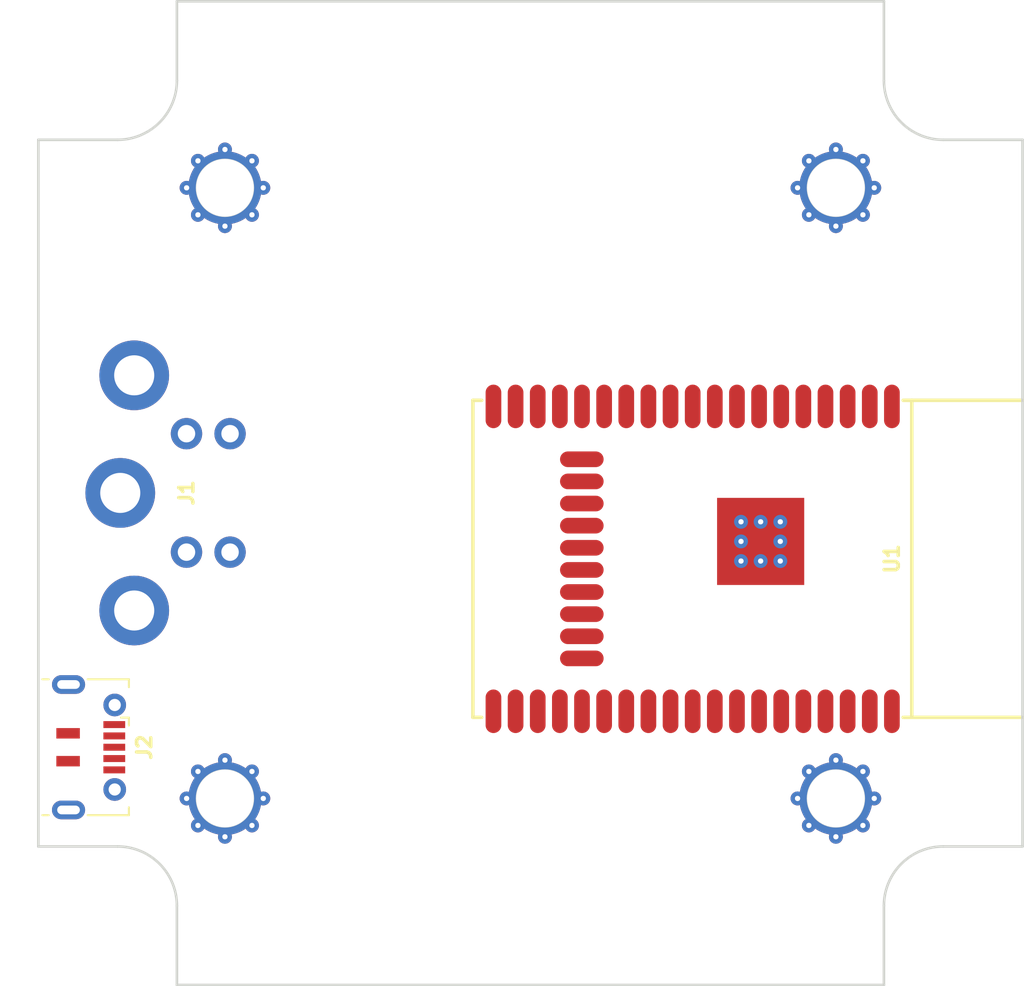
<source format=kicad_pcb>
(kicad_pcb (version 20171130) (host pcbnew "(5.1.5-0-10_14)")

  (general
    (thickness 1.6)
    (drawings 20)
    (tracks 0)
    (zones 0)
    (modules 7)
    (nets 45)
  )

  (page USLetter)
  (layers
    (0 F.Cu signal)
    (1 In1.Cu signal)
    (2 In2.Cu signal)
    (31 B.Cu signal)
    (32 B.Adhes user)
    (33 F.Adhes user)
    (34 B.Paste user)
    (35 F.Paste user)
    (36 B.SilkS user)
    (37 F.SilkS user)
    (38 B.Mask user)
    (39 F.Mask user)
    (40 Dwgs.User user)
    (41 Cmts.User user)
    (42 Eco1.User user)
    (43 Eco2.User user)
    (44 Edge.Cuts user)
    (45 Margin user)
    (46 B.CrtYd user)
    (47 F.CrtYd user)
    (48 B.Fab user)
    (49 F.Fab user)
  )

  (setup
    (last_trace_width 0.15)
    (user_trace_width 0.2)
    (user_trace_width 0.25)
    (user_trace_width 0.3)
    (user_trace_width 0.35)
    (user_trace_width 0.4)
    (user_trace_width 0.45)
    (user_trace_width 0.5)
    (user_trace_width 0.6)
    (user_trace_width 0.8)
    (user_trace_width 1)
    (user_trace_width 1.27)
    (user_trace_width 1.524)
    (trace_clearance 0.15)
    (zone_clearance 0.15)
    (zone_45_only no)
    (trace_min 0.15)
    (via_size 0.5)
    (via_drill 0.2)
    (via_min_size 0.5)
    (via_min_drill 0.2)
    (user_via 0.6 0.3)
    (user_via 0.8 0.4)
    (user_via 1 0.5)
    (user_via 1.524 0.762)
    (uvia_size 0.3)
    (uvia_drill 0.1)
    (uvias_allowed no)
    (uvia_min_size 0.2)
    (uvia_min_drill 0.1)
    (edge_width 0.15)
    (segment_width 0.1524)
    (pcb_text_width 0.3)
    (pcb_text_size 1.5 1.5)
    (mod_edge_width 0.15)
    (mod_text_size 1 1)
    (mod_text_width 0.15)
    (pad_size 0.85 1.4)
    (pad_drill 0)
    (pad_to_mask_clearance 0.05)
    (solder_mask_min_width 0.1)
    (pad_to_paste_clearance -0.0381)
    (aux_axis_origin 0 0)
    (visible_elements FFFFFF7F)
    (pcbplotparams
      (layerselection 0x010f8_ffffffff)
      (usegerberextensions true)
      (usegerberattributes false)
      (usegerberadvancedattributes false)
      (creategerberjobfile false)
      (excludeedgelayer true)
      (linewidth 0.100000)
      (plotframeref false)
      (viasonmask false)
      (mode 1)
      (useauxorigin false)
      (hpglpennumber 1)
      (hpglpenspeed 20)
      (hpglpendiameter 15.000000)
      (psnegative false)
      (psa4output false)
      (plotreference true)
      (plotvalue true)
      (plotinvisibletext false)
      (padsonsilk false)
      (subtractmaskfromsilk true)
      (outputformat 1)
      (mirror false)
      (drillshape 0)
      (scaleselection 1)
      (outputdirectory "gerber/"))
  )

  (net 0 "")
  (net 1 GND)
  (net 2 +3V3)
  (net 3 "Net-(C8-Pad1)")
  (net 4 "Net-(C13-Pad1)")
  (net 5 /EN)
  (net 6 "Net-(J1-Pad4)")
  (net 7 /PSW)
  (net 8 /ADB)
  (net 9 /D-)
  (net 10 /D+)
  (net 11 "Net-(J2-Pad4)")
  (net 12 /IO0)
  (net 13 /TMS)
  (net 14 /TDO)
  (net 15 /TDI)
  (net 16 /TCK)
  (net 17 /IO2)
  (net 18 "Net-(U1-Pad4)")
  (net 19 "Net-(U1-Pad5)")
  (net 20 "Net-(U1-Pad6)")
  (net 21 "Net-(U1-Pad7)")
  (net 22 "Net-(U1-Pad8)")
  (net 23 "Net-(U1-Pad9)")
  (net 24 "Net-(U1-Pad10)")
  (net 25 "Net-(U1-Pad11)")
  (net 26 "Net-(U1-Pad12)")
  (net 27 "Net-(U1-Pad17)")
  (net 28 "Net-(U1-Pad18)")
  (net 29 "Net-(U1-Pad19)")
  (net 30 "Net-(U1-Pad20)")
  (net 31 "Net-(U1-Pad21)")
  (net 32 "Net-(U1-Pad22)")
  (net 33 "Net-(U1-Pad26)")
  (net 34 "Net-(U1-Pad27)")
  (net 35 "Net-(U1-Pad28)")
  (net 36 "Net-(U1-Pad29)")
  (net 37 "Net-(U1-Pad30)")
  (net 38 "Net-(U1-Pad31)")
  (net 39 "Net-(U1-Pad32)")
  (net 40 "Net-(U1-Pad33)")
  (net 41 /DBG_RX)
  (net 42 /DBG_TX)
  (net 43 "Net-(U1-Pad36)")
  (net 44 "Net-(U1-Pad37)")

  (net_class Default "This is the default net class."
    (clearance 0.15)
    (trace_width 0.15)
    (via_dia 0.5)
    (via_drill 0.2)
    (uvia_dia 0.3)
    (uvia_drill 0.1)
    (add_net +3V3)
    (add_net /ADB)
    (add_net /D+)
    (add_net /D-)
    (add_net /DBG_RX)
    (add_net /DBG_TX)
    (add_net /EN)
    (add_net /IO0)
    (add_net /IO2)
    (add_net /PSW)
    (add_net /TCK)
    (add_net /TDI)
    (add_net /TDO)
    (add_net /TMS)
    (add_net GND)
    (add_net "Net-(C13-Pad1)")
    (add_net "Net-(C8-Pad1)")
    (add_net "Net-(J1-Pad4)")
    (add_net "Net-(J2-Pad4)")
    (add_net "Net-(U1-Pad10)")
    (add_net "Net-(U1-Pad11)")
    (add_net "Net-(U1-Pad12)")
    (add_net "Net-(U1-Pad17)")
    (add_net "Net-(U1-Pad18)")
    (add_net "Net-(U1-Pad19)")
    (add_net "Net-(U1-Pad20)")
    (add_net "Net-(U1-Pad21)")
    (add_net "Net-(U1-Pad22)")
    (add_net "Net-(U1-Pad26)")
    (add_net "Net-(U1-Pad27)")
    (add_net "Net-(U1-Pad28)")
    (add_net "Net-(U1-Pad29)")
    (add_net "Net-(U1-Pad30)")
    (add_net "Net-(U1-Pad31)")
    (add_net "Net-(U1-Pad32)")
    (add_net "Net-(U1-Pad33)")
    (add_net "Net-(U1-Pad36)")
    (add_net "Net-(U1-Pad37)")
    (add_net "Net-(U1-Pad4)")
    (add_net "Net-(U1-Pad5)")
    (add_net "Net-(U1-Pad6)")
    (add_net "Net-(U1-Pad7)")
    (add_net "Net-(U1-Pad8)")
    (add_net "Net-(U1-Pad9)")
  )

  (module stdpads:LPSeries-Screw locked (layer F.Cu) (tedit 601CB7E4) (tstamp 601C5C05)
    (at 115.0239 111.3155)
    (path /5CC7E0C0)
    (solder_paste_margin -0.05)
    (attr virtual)
    (fp_text reference H4 (at 0 0) (layer F.Fab)
      (effects (font (size 0.8128 0.8128) (thickness 0.2032)))
    )
    (fp_text value " " (at 0 0.8) (layer F.Fab) hide
      (effects (font (size 0.254 0.254) (thickness 0.0635)))
    )
    (fp_arc (start -1.55 -1.55) (end -1.35 -1.75) (angle -180) (layer B.Mask) (width 0.4))
    (fp_arc (start -2.2 0) (end -2.2 0.25) (angle 180) (layer B.Mask) (width 0.45))
    (fp_arc (start -1.55 1.55) (end -1.35 1.75) (angle 180) (layer B.Mask) (width 0.4))
    (fp_arc (start 0 2.2) (end 0.25 2.2) (angle 180) (layer B.Mask) (width 0.45))
    (fp_arc (start 1.55 1.55) (end 1.35 1.75) (angle -180) (layer B.Mask) (width 0.4))
    (fp_arc (start 2.2 0) (end 2.2 0.25) (angle -180) (layer B.Mask) (width 0.45))
    (fp_arc (start 1.55 -1.55) (end 1.35 -1.75) (angle 180) (layer B.Mask) (width 0.4))
    (fp_arc (start 0 -2.2) (end 0.25 -2.2) (angle -180) (layer B.Mask) (width 0.45))
    (fp_arc (start 1.55 -1.55) (end 1.35 -1.75) (angle 180) (layer F.Mask) (width 0.4))
    (fp_arc (start -1.55 1.55) (end -1.35 1.75) (angle 180) (layer F.Mask) (width 0.4))
    (fp_arc (start 1.55 1.55) (end 1.35 1.75) (angle -180) (layer F.Mask) (width 0.4))
    (fp_arc (start -1.55 -1.55) (end -1.35 -1.75) (angle -180) (layer F.Mask) (width 0.4))
    (fp_arc (start -2.2 0) (end -2.2 0.25) (angle 180) (layer F.Mask) (width 0.45))
    (fp_arc (start 2.2 0) (end 2.2 0.25) (angle -180) (layer F.Mask) (width 0.45))
    (fp_arc (start 0 2.2) (end 0.25 2.2) (angle 180) (layer F.Mask) (width 0.45))
    (fp_arc (start 0 -2.2) (end 0.25 -2.2) (angle -180) (layer F.Mask) (width 0.45))
    (fp_circle (center 0 0) (end 3 0) (layer F.CrtYd) (width 0.05))
    (fp_circle (center 0 0) (end 0.1 0) (layer F.Mask) (width 4.2))
    (fp_circle (center 0 0) (end 0.1 0) (layer B.Mask) (width 4.2))
    (pad 1 thru_hole circle (at 0 0) (size 4.2 4.2) (drill 3.3) (layers *.Cu *.Mask)
      (solder_mask_margin -0.45) (zone_connect 2))
    (pad 1 thru_hole circle (at 0 -2.2) (size 0.8 0.8) (drill 0.3) (layers *.Cu *.Paste *.Mask)
      (zone_connect 2))
    (pad 1 thru_hole circle (at 2.2 0) (size 0.8 0.8) (drill 0.3) (layers *.Cu *.Paste *.Mask)
      (zone_connect 2))
    (pad 1 thru_hole circle (at 0 2.2) (size 0.8 0.8) (drill 0.3) (layers *.Cu *.Paste *.Mask)
      (zone_connect 2))
    (pad 1 thru_hole circle (at -2.2 0) (size 0.8 0.8) (drill 0.3) (layers *.Cu *.Paste *.Mask)
      (zone_connect 2))
    (pad 1 thru_hole circle (at -1.55 -1.55) (size 0.8 0.8) (drill 0.3) (layers *.Cu *.Paste *.Mask)
      (zone_connect 2))
    (pad 1 thru_hole circle (at 1.55 -1.55) (size 0.8 0.8) (drill 0.3) (layers *.Cu *.Paste *.Mask)
      (zone_connect 2))
    (pad 1 thru_hole circle (at 1.55 1.55) (size 0.8 0.8) (drill 0.3) (layers *.Cu *.Paste *.Mask)
      (zone_connect 2))
    (pad 1 thru_hole circle (at -1.55 1.55) (size 0.8 0.8) (drill 0.3) (layers *.Cu *.Paste *.Mask)
      (zone_connect 2))
  )

  (module stdpads:LPSeries-Screw locked (layer F.Cu) (tedit 601CB7E4) (tstamp 601C5B6B)
    (at 150.0759 111.3155)
    (path /5CC7E0B9)
    (solder_paste_margin -0.05)
    (attr virtual)
    (fp_text reference H3 (at 0 0) (layer F.Fab)
      (effects (font (size 0.8128 0.8128) (thickness 0.2032)))
    )
    (fp_text value " " (at 0 0.8) (layer F.Fab) hide
      (effects (font (size 0.254 0.254) (thickness 0.0635)))
    )
    (fp_arc (start -1.55 -1.55) (end -1.35 -1.75) (angle -180) (layer B.Mask) (width 0.4))
    (fp_arc (start -2.2 0) (end -2.2 0.25) (angle 180) (layer B.Mask) (width 0.45))
    (fp_arc (start -1.55 1.55) (end -1.35 1.75) (angle 180) (layer B.Mask) (width 0.4))
    (fp_arc (start 0 2.2) (end 0.25 2.2) (angle 180) (layer B.Mask) (width 0.45))
    (fp_arc (start 1.55 1.55) (end 1.35 1.75) (angle -180) (layer B.Mask) (width 0.4))
    (fp_arc (start 2.2 0) (end 2.2 0.25) (angle -180) (layer B.Mask) (width 0.45))
    (fp_arc (start 1.55 -1.55) (end 1.35 -1.75) (angle 180) (layer B.Mask) (width 0.4))
    (fp_arc (start 0 -2.2) (end 0.25 -2.2) (angle -180) (layer B.Mask) (width 0.45))
    (fp_arc (start 1.55 -1.55) (end 1.35 -1.75) (angle 180) (layer F.Mask) (width 0.4))
    (fp_arc (start -1.55 1.55) (end -1.35 1.75) (angle 180) (layer F.Mask) (width 0.4))
    (fp_arc (start 1.55 1.55) (end 1.35 1.75) (angle -180) (layer F.Mask) (width 0.4))
    (fp_arc (start -1.55 -1.55) (end -1.35 -1.75) (angle -180) (layer F.Mask) (width 0.4))
    (fp_arc (start -2.2 0) (end -2.2 0.25) (angle 180) (layer F.Mask) (width 0.45))
    (fp_arc (start 2.2 0) (end 2.2 0.25) (angle -180) (layer F.Mask) (width 0.45))
    (fp_arc (start 0 2.2) (end 0.25 2.2) (angle 180) (layer F.Mask) (width 0.45))
    (fp_arc (start 0 -2.2) (end 0.25 -2.2) (angle -180) (layer F.Mask) (width 0.45))
    (fp_circle (center 0 0) (end 3 0) (layer F.CrtYd) (width 0.05))
    (fp_circle (center 0 0) (end 0.1 0) (layer F.Mask) (width 4.2))
    (fp_circle (center 0 0) (end 0.1 0) (layer B.Mask) (width 4.2))
    (pad 1 thru_hole circle (at 0 0) (size 4.2 4.2) (drill 3.3) (layers *.Cu *.Mask)
      (solder_mask_margin -0.45) (zone_connect 2))
    (pad 1 thru_hole circle (at 0 -2.2) (size 0.8 0.8) (drill 0.3) (layers *.Cu *.Paste *.Mask)
      (zone_connect 2))
    (pad 1 thru_hole circle (at 2.2 0) (size 0.8 0.8) (drill 0.3) (layers *.Cu *.Paste *.Mask)
      (zone_connect 2))
    (pad 1 thru_hole circle (at 0 2.2) (size 0.8 0.8) (drill 0.3) (layers *.Cu *.Paste *.Mask)
      (zone_connect 2))
    (pad 1 thru_hole circle (at -2.2 0) (size 0.8 0.8) (drill 0.3) (layers *.Cu *.Paste *.Mask)
      (zone_connect 2))
    (pad 1 thru_hole circle (at -1.55 -1.55) (size 0.8 0.8) (drill 0.3) (layers *.Cu *.Paste *.Mask)
      (zone_connect 2))
    (pad 1 thru_hole circle (at 1.55 -1.55) (size 0.8 0.8) (drill 0.3) (layers *.Cu *.Paste *.Mask)
      (zone_connect 2))
    (pad 1 thru_hole circle (at 1.55 1.55) (size 0.8 0.8) (drill 0.3) (layers *.Cu *.Paste *.Mask)
      (zone_connect 2))
    (pad 1 thru_hole circle (at -1.55 1.55) (size 0.8 0.8) (drill 0.3) (layers *.Cu *.Paste *.Mask)
      (zone_connect 2))
  )

  (module stdpads:LPSeries-Screw locked (layer F.Cu) (tedit 601CB7E4) (tstamp 601C59E7)
    (at 115.0239 76.2635)
    (path /5CC53461)
    (solder_paste_margin -0.05)
    (attr virtual)
    (fp_text reference H1 (at 0 0) (layer F.Fab)
      (effects (font (size 0.8128 0.8128) (thickness 0.2032)))
    )
    (fp_text value " " (at 0 0.8) (layer F.Fab) hide
      (effects (font (size 0.254 0.254) (thickness 0.0635)))
    )
    (fp_arc (start -1.55 -1.55) (end -1.35 -1.75) (angle -180) (layer B.Mask) (width 0.4))
    (fp_arc (start -2.2 0) (end -2.2 0.25) (angle 180) (layer B.Mask) (width 0.45))
    (fp_arc (start -1.55 1.55) (end -1.35 1.75) (angle 180) (layer B.Mask) (width 0.4))
    (fp_arc (start 0 2.2) (end 0.25 2.2) (angle 180) (layer B.Mask) (width 0.45))
    (fp_arc (start 1.55 1.55) (end 1.35 1.75) (angle -180) (layer B.Mask) (width 0.4))
    (fp_arc (start 2.2 0) (end 2.2 0.25) (angle -180) (layer B.Mask) (width 0.45))
    (fp_arc (start 1.55 -1.55) (end 1.35 -1.75) (angle 180) (layer B.Mask) (width 0.4))
    (fp_arc (start 0 -2.2) (end 0.25 -2.2) (angle -180) (layer B.Mask) (width 0.45))
    (fp_arc (start 1.55 -1.55) (end 1.35 -1.75) (angle 180) (layer F.Mask) (width 0.4))
    (fp_arc (start -1.55 1.55) (end -1.35 1.75) (angle 180) (layer F.Mask) (width 0.4))
    (fp_arc (start 1.55 1.55) (end 1.35 1.75) (angle -180) (layer F.Mask) (width 0.4))
    (fp_arc (start -1.55 -1.55) (end -1.35 -1.75) (angle -180) (layer F.Mask) (width 0.4))
    (fp_arc (start -2.2 0) (end -2.2 0.25) (angle 180) (layer F.Mask) (width 0.45))
    (fp_arc (start 2.2 0) (end 2.2 0.25) (angle -180) (layer F.Mask) (width 0.45))
    (fp_arc (start 0 2.2) (end 0.25 2.2) (angle 180) (layer F.Mask) (width 0.45))
    (fp_arc (start 0 -2.2) (end 0.25 -2.2) (angle -180) (layer F.Mask) (width 0.45))
    (fp_circle (center 0 0) (end 3 0) (layer F.CrtYd) (width 0.05))
    (fp_circle (center 0 0) (end 0.1 0) (layer F.Mask) (width 4.2))
    (fp_circle (center 0 0) (end 0.1 0) (layer B.Mask) (width 4.2))
    (pad 1 thru_hole circle (at 0 0) (size 4.2 4.2) (drill 3.3) (layers *.Cu *.Mask)
      (solder_mask_margin -0.45) (zone_connect 2))
    (pad 1 thru_hole circle (at 0 -2.2) (size 0.8 0.8) (drill 0.3) (layers *.Cu *.Paste *.Mask)
      (zone_connect 2))
    (pad 1 thru_hole circle (at 2.2 0) (size 0.8 0.8) (drill 0.3) (layers *.Cu *.Paste *.Mask)
      (zone_connect 2))
    (pad 1 thru_hole circle (at 0 2.2) (size 0.8 0.8) (drill 0.3) (layers *.Cu *.Paste *.Mask)
      (zone_connect 2))
    (pad 1 thru_hole circle (at -2.2 0) (size 0.8 0.8) (drill 0.3) (layers *.Cu *.Paste *.Mask)
      (zone_connect 2))
    (pad 1 thru_hole circle (at -1.55 -1.55) (size 0.8 0.8) (drill 0.3) (layers *.Cu *.Paste *.Mask)
      (zone_connect 2))
    (pad 1 thru_hole circle (at 1.55 -1.55) (size 0.8 0.8) (drill 0.3) (layers *.Cu *.Paste *.Mask)
      (zone_connect 2))
    (pad 1 thru_hole circle (at 1.55 1.55) (size 0.8 0.8) (drill 0.3) (layers *.Cu *.Paste *.Mask)
      (zone_connect 2))
    (pad 1 thru_hole circle (at -1.55 1.55) (size 0.8 0.8) (drill 0.3) (layers *.Cu *.Paste *.Mask)
      (zone_connect 2))
  )

  (module stdpads:LPSeries-Screw locked (layer F.Cu) (tedit 601CB7E4) (tstamp 601C59B5)
    (at 150.0759 76.2635)
    (path /5CC795A2)
    (solder_paste_margin -0.05)
    (attr virtual)
    (fp_text reference H2 (at 0 0) (layer F.Fab)
      (effects (font (size 0.8128 0.8128) (thickness 0.2032)))
    )
    (fp_text value " " (at 0 0.8) (layer F.Fab) hide
      (effects (font (size 0.254 0.254) (thickness 0.0635)))
    )
    (fp_arc (start -1.55 -1.55) (end -1.35 -1.75) (angle -180) (layer B.Mask) (width 0.4))
    (fp_arc (start -2.2 0) (end -2.2 0.25) (angle 180) (layer B.Mask) (width 0.45))
    (fp_arc (start -1.55 1.55) (end -1.35 1.75) (angle 180) (layer B.Mask) (width 0.4))
    (fp_arc (start 0 2.2) (end 0.25 2.2) (angle 180) (layer B.Mask) (width 0.45))
    (fp_arc (start 1.55 1.55) (end 1.35 1.75) (angle -180) (layer B.Mask) (width 0.4))
    (fp_arc (start 2.2 0) (end 2.2 0.25) (angle -180) (layer B.Mask) (width 0.45))
    (fp_arc (start 1.55 -1.55) (end 1.35 -1.75) (angle 180) (layer B.Mask) (width 0.4))
    (fp_arc (start 0 -2.2) (end 0.25 -2.2) (angle -180) (layer B.Mask) (width 0.45))
    (fp_arc (start 1.55 -1.55) (end 1.35 -1.75) (angle 180) (layer F.Mask) (width 0.4))
    (fp_arc (start -1.55 1.55) (end -1.35 1.75) (angle 180) (layer F.Mask) (width 0.4))
    (fp_arc (start 1.55 1.55) (end 1.35 1.75) (angle -180) (layer F.Mask) (width 0.4))
    (fp_arc (start -1.55 -1.55) (end -1.35 -1.75) (angle -180) (layer F.Mask) (width 0.4))
    (fp_arc (start -2.2 0) (end -2.2 0.25) (angle 180) (layer F.Mask) (width 0.45))
    (fp_arc (start 2.2 0) (end 2.2 0.25) (angle -180) (layer F.Mask) (width 0.45))
    (fp_arc (start 0 2.2) (end 0.25 2.2) (angle 180) (layer F.Mask) (width 0.45))
    (fp_arc (start 0 -2.2) (end 0.25 -2.2) (angle -180) (layer F.Mask) (width 0.45))
    (fp_circle (center 0 0) (end 3 0) (layer F.CrtYd) (width 0.05))
    (fp_circle (center 0 0) (end 0.1 0) (layer F.Mask) (width 4.2))
    (fp_circle (center 0 0) (end 0.1 0) (layer B.Mask) (width 4.2))
    (pad 1 thru_hole circle (at 0 0) (size 4.2 4.2) (drill 3.3) (layers *.Cu *.Mask)
      (solder_mask_margin -0.45) (zone_connect 2))
    (pad 1 thru_hole circle (at 0 -2.2) (size 0.8 0.8) (drill 0.3) (layers *.Cu *.Paste *.Mask)
      (zone_connect 2))
    (pad 1 thru_hole circle (at 2.2 0) (size 0.8 0.8) (drill 0.3) (layers *.Cu *.Paste *.Mask)
      (zone_connect 2))
    (pad 1 thru_hole circle (at 0 2.2) (size 0.8 0.8) (drill 0.3) (layers *.Cu *.Paste *.Mask)
      (zone_connect 2))
    (pad 1 thru_hole circle (at -2.2 0) (size 0.8 0.8) (drill 0.3) (layers *.Cu *.Paste *.Mask)
      (zone_connect 2))
    (pad 1 thru_hole circle (at -1.55 -1.55) (size 0.8 0.8) (drill 0.3) (layers *.Cu *.Paste *.Mask)
      (zone_connect 2))
    (pad 1 thru_hole circle (at 1.55 -1.55) (size 0.8 0.8) (drill 0.3) (layers *.Cu *.Paste *.Mask)
      (zone_connect 2))
    (pad 1 thru_hole circle (at 1.55 1.55) (size 0.8 0.8) (drill 0.3) (layers *.Cu *.Paste *.Mask)
      (zone_connect 2))
    (pad 1 thru_hole circle (at -1.55 1.55) (size 0.8 0.8) (drill 0.3) (layers *.Cu *.Paste *.Mask)
      (zone_connect 2))
  )

  (module stdpads:ESP32-WROVER_WROOM-32 (layer F.Cu) (tedit 5EE2A0DC) (tstamp 601C9A5B)
    (at 153.289 97.5614 270)
    (path /5F4A0F14)
    (solder_mask_margin 0.05)
    (solder_paste_margin -0.025)
    (attr smd)
    (fp_text reference U1 (at 0 0 90) (layer F.Fab)
      (effects (font (size 0.8128 0.8128) (thickness 0.2032)))
    )
    (fp_text value ESP-WROOM-32 (at 0 1.5 90) (layer F.Fab) hide
      (effects (font (size 0.8128 0.8128) (thickness 0.2032)))
    )
    (fp_text user %R (at 0 0 90) (layer F.SilkS)
      (effects (font (size 0.8128 0.8128) (thickness 0.2032)))
    )
    (fp_line (start 9 -7.49) (end -9 -7.49) (layer F.Fab) (width 0.05))
    (fp_line (start 9 23.96) (end 9 -7.49) (layer F.Fab) (width 0.05))
    (fp_line (start -9 23.96) (end 9 23.96) (layer F.Fab) (width 0.05))
    (fp_line (start -9 -7.49) (end -9 23.96) (layer F.Fab) (width 0.05))
    (fp_line (start -9.1 -1.14) (end 9.1 -1.14) (layer F.SilkS) (width 0.2032))
    (fp_line (start -9.1 24.04) (end -9.1 23.54) (layer F.SilkS) (width 0.2032))
    (fp_line (start -9.1 -0.65) (end -9.1 -7.49) (layer F.SilkS) (width 0.2032))
    (fp_line (start 9.1 -0.65) (end 9.1 -7.49) (layer F.SilkS) (width 0.2032))
    (fp_line (start -9 -1.14) (end 9 -1.14) (layer F.Fab) (width 0.05))
    (fp_line (start 9.1 24.04) (end 9.1 23.54) (layer F.SilkS) (width 0.2032))
    (fp_line (start 9.1 24.04) (end -9.1 24.04) (layer F.SilkS) (width 0.2032))
    (pad 39 smd rect (at -1 7.53 270) (size 1.5 1.5) (layers F.Cu F.Paste F.Mask)
      (net 1 GND) (zone_connect 2))
    (pad 39 smd rect (at 1.159 7.53 270) (size 0.5 3) (layers F.Cu F.Paste F.Mask)
      (net 1 GND) (zone_connect 2))
    (pad 39 smd rect (at -1 9.562 270) (size 3 0.5) (layers F.Cu F.Paste F.Mask)
      (net 1 GND) (zone_connect 2))
    (pad 39 smd rect (at -3.032 7.53 270) (size 0.5 3) (layers F.Cu F.Paste F.Mask)
      (net 1 GND) (zone_connect 2))
    (pad 39 smd rect (at -1 5.498 270) (size 3 0.5) (layers F.Cu F.Paste F.Mask)
      (net 1 GND) (zone_connect 2))
    (pad 39 thru_hole circle (at -1 6.403 270) (size 0.8 0.8) (drill 0.3) (layers *.Cu F.Mask)
      (net 1 GND) (zone_connect 2))
    (pad 39 thru_hole circle (at -1 8.657 270) (size 0.8 0.8) (drill 0.3) (layers *.Cu F.Mask)
      (net 1 GND) (zone_connect 2))
    (pad 39 thru_hole circle (at 0.127 8.657 270) (size 0.8 0.8) (drill 0.3) (layers *.Cu F.Mask)
      (net 1 GND) (zone_connect 2))
    (pad 39 thru_hole circle (at 0.127 7.53 270) (size 0.8 0.8) (drill 0.3) (layers *.Cu F.Mask)
      (net 1 GND) (zone_connect 2))
    (pad 39 thru_hole circle (at 0.127 6.403 270) (size 0.8 0.8) (drill 0.3) (layers *.Cu F.Mask)
      (net 1 GND) (zone_connect 2))
    (pad 39 thru_hole circle (at -2.127 6.403 270) (size 0.8 0.8) (drill 0.3) (layers *.Cu F.Mask)
      (net 1 GND) (zone_connect 2))
    (pad 39 thru_hole circle (at -2.127 7.53 270) (size 0.8 0.8) (drill 0.3) (layers *.Cu F.Mask)
      (net 1 GND) (zone_connect 2))
    (pad 39 thru_hole circle (at -2.127 8.657 270) (size 0.8 0.8) (drill 0.3) (layers *.Cu F.Mask)
      (net 1 GND) (zone_connect 2))
    (pad 39 smd rect (at -1 7.53 270) (size 5 5) (layers F.Cu F.Mask)
      (net 1 GND) (zone_connect 2))
    (pad 1 smd oval (at -8.75 0 270) (size 2.5 0.9) (layers F.Cu F.Paste F.Mask)
      (net 1 GND))
    (pad 2 smd oval (at -8.75 1.27 270) (size 2.5 0.9) (layers F.Cu F.Paste F.Mask)
      (net 2 +3V3))
    (pad 3 smd oval (at -8.75 2.54 270) (size 2.5 0.9) (layers F.Cu F.Paste F.Mask)
      (net 5 /EN))
    (pad 4 smd oval (at -8.75 3.81 270) (size 2.5 0.9) (layers F.Cu F.Paste F.Mask)
      (net 18 "Net-(U1-Pad4)"))
    (pad 5 smd oval (at -8.75 5.08 270) (size 2.5 0.9) (layers F.Cu F.Paste F.Mask)
      (net 19 "Net-(U1-Pad5)"))
    (pad 6 smd oval (at -8.75 6.35 270) (size 2.5 0.9) (layers F.Cu F.Paste F.Mask)
      (net 20 "Net-(U1-Pad6)"))
    (pad 7 smd oval (at -8.75 7.62 270) (size 2.5 0.9) (layers F.Cu F.Paste F.Mask)
      (net 21 "Net-(U1-Pad7)"))
    (pad 8 smd oval (at -8.75 8.89 270) (size 2.5 0.9) (layers F.Cu F.Paste F.Mask)
      (net 22 "Net-(U1-Pad8)"))
    (pad 9 smd oval (at -8.75 10.16 270) (size 2.5 0.9) (layers F.Cu F.Paste F.Mask)
      (net 23 "Net-(U1-Pad9)"))
    (pad 10 smd oval (at -8.75 11.43 270) (size 2.5 0.9) (layers F.Cu F.Paste F.Mask)
      (net 24 "Net-(U1-Pad10)"))
    (pad 11 smd oval (at -8.75 12.7 270) (size 2.5 0.9) (layers F.Cu F.Paste F.Mask)
      (net 25 "Net-(U1-Pad11)"))
    (pad 12 smd oval (at -8.75 13.97 270) (size 2.5 0.9) (layers F.Cu F.Paste F.Mask)
      (net 26 "Net-(U1-Pad12)"))
    (pad 13 smd oval (at -8.75 15.24 270) (size 2.5 0.9) (layers F.Cu F.Paste F.Mask)
      (net 13 /TMS))
    (pad 14 smd oval (at -8.75 16.51 270) (size 2.5 0.9) (layers F.Cu F.Paste F.Mask)
      (net 15 /TDI))
    (pad 15 smd oval (at -8.75 17.78 270) (size 2.5 0.9) (layers F.Cu F.Paste F.Mask)
      (net 1 GND))
    (pad 16 smd oval (at -8.75 19.05 270) (size 2.5 0.9) (layers F.Cu F.Paste F.Mask)
      (net 16 /TCK))
    (pad 17 smd oval (at -8.75 20.32 270) (size 2.5 0.9) (layers F.Cu F.Paste F.Mask)
      (net 27 "Net-(U1-Pad17)"))
    (pad 18 smd oval (at -8.75 21.59 270) (size 2.5 0.9) (layers F.Cu F.Paste F.Mask)
      (net 28 "Net-(U1-Pad18)"))
    (pad 19 smd oval (at -8.75 22.86 270) (size 2.5 0.9) (layers F.Cu F.Paste F.Mask)
      (net 29 "Net-(U1-Pad19)"))
    (pad 20 smd oval (at 8.75 22.86 270) (size 2.5 0.9) (layers F.Cu F.Paste F.Mask)
      (net 30 "Net-(U1-Pad20)"))
    (pad 21 smd oval (at 8.75 21.59 270) (size 2.5 0.9) (layers F.Cu F.Paste F.Mask)
      (net 31 "Net-(U1-Pad21)"))
    (pad 22 smd oval (at 8.75 20.32 270) (size 2.5 0.9) (layers F.Cu F.Paste F.Mask)
      (net 32 "Net-(U1-Pad22)"))
    (pad 23 smd oval (at 8.75 19.05 270) (size 2.5 0.9) (layers F.Cu F.Paste F.Mask)
      (net 14 /TDO))
    (pad 24 smd oval (at 8.75 17.78 270) (size 2.5 0.9) (layers F.Cu F.Paste F.Mask)
      (net 17 /IO2))
    (pad 25 smd oval (at 8.75 16.51 270) (size 2.5 0.9) (layers F.Cu F.Paste F.Mask)
      (net 12 /IO0))
    (pad 26 smd oval (at 8.75 15.24 270) (size 2.5 0.9) (layers F.Cu F.Paste F.Mask)
      (net 33 "Net-(U1-Pad26)"))
    (pad 27 smd oval (at 8.75 13.97 270) (size 2.5 0.9) (layers F.Cu F.Paste F.Mask)
      (net 34 "Net-(U1-Pad27)"))
    (pad 28 smd oval (at 8.75 12.7 270) (size 2.5 0.9) (layers F.Cu F.Paste F.Mask)
      (net 35 "Net-(U1-Pad28)"))
    (pad 29 smd oval (at 8.75 11.43 270) (size 2.5 0.9) (layers F.Cu F.Paste F.Mask)
      (net 36 "Net-(U1-Pad29)"))
    (pad 30 smd oval (at 8.75 10.16 270) (size 2.5 0.9) (layers F.Cu F.Paste F.Mask)
      (net 37 "Net-(U1-Pad30)"))
    (pad 31 smd oval (at 8.75 8.89 270) (size 2.5 0.9) (layers F.Cu F.Paste F.Mask)
      (net 38 "Net-(U1-Pad31)"))
    (pad 32 smd oval (at 8.75 7.62 270) (size 2.5 0.9) (layers F.Cu F.Paste F.Mask)
      (net 39 "Net-(U1-Pad32)"))
    (pad 33 smd oval (at 8.75 6.35 270) (size 2.5 0.9) (layers F.Cu F.Paste F.Mask)
      (net 40 "Net-(U1-Pad33)"))
    (pad 34 smd oval (at 8.75 5.08 270) (size 2.5 0.9) (layers F.Cu F.Paste F.Mask)
      (net 41 /DBG_RX))
    (pad 35 smd oval (at 8.75 3.81 270) (size 2.5 0.9) (layers F.Cu F.Paste F.Mask)
      (net 42 /DBG_TX))
    (pad 36 smd oval (at 8.75 2.54 270) (size 2.5 0.9) (layers F.Cu F.Paste F.Mask)
      (net 43 "Net-(U1-Pad36)"))
    (pad 37 smd oval (at 8.75 1.27 270) (size 2.5 0.9) (layers F.Cu F.Paste F.Mask)
      (net 44 "Net-(U1-Pad37)"))
    (pad 38 smd oval (at 8.75 0 270) (size 2.5 0.9) (layers F.Cu F.Paste F.Mask)
      (net 1 GND))
    (pad 19 smd oval (at -0.635 17.79) (size 2.5 0.9) (layers F.Cu F.Mask)
      (net 29 "Net-(U1-Pad19)"))
    (pad 18 smd oval (at -1.905 17.79) (size 2.5 0.9) (layers F.Cu F.Mask)
      (net 28 "Net-(U1-Pad18)"))
    (pad 17 smd oval (at -3.175 17.79) (size 2.5 0.9) (layers F.Cu F.Mask)
      (net 27 "Net-(U1-Pad17)"))
    (pad 16 smd oval (at -4.445 17.79) (size 2.5 0.9) (layers F.Cu F.Mask)
      (net 16 /TCK))
    (pad 15 smd oval (at -5.715 17.79) (size 2.5 0.9) (layers F.Cu F.Mask)
      (net 1 GND))
    (pad 20 smd oval (at 0.635 17.79) (size 2.5 0.9) (layers F.Cu F.Mask)
      (net 30 "Net-(U1-Pad20)"))
    (pad 21 smd oval (at 1.905 17.79) (size 2.5 0.9) (layers F.Cu F.Mask)
      (net 31 "Net-(U1-Pad21)"))
    (pad 22 smd oval (at 3.175 17.79) (size 2.5 0.9) (layers F.Cu F.Mask)
      (net 32 "Net-(U1-Pad22)"))
    (pad 23 smd oval (at 4.445 17.79) (size 2.5 0.9) (layers F.Cu F.Mask)
      (net 14 /TDO))
    (pad 24 smd oval (at 5.715 17.79) (size 2.5 0.9) (layers F.Cu F.Mask)
      (net 17 /IO2))
    (model ${KISYS3DMOD}/RF_Module.3dshapes/ESP32-WROOM-32.wrl
      (offset (xyz 0 -8.210000000000001 0))
      (scale (xyz 1 1 1))
      (rotate (xyz 0 0 0))
    )
    (model ${KISYS3DMOD}/RF_Module.3dshapes/ESP32-WROOM-32.wrl
      (offset (xyz 0 -14.56 0))
      (scale (xyz 1 1 1))
      (rotate (xyz 0 0 0))
    )
  )

  (module stdpads:MD-40 (layer F.Cu) (tedit 601B7899) (tstamp 601BDE5F)
    (at 104.3178 93.7768 90)
    (path /5F4A4837)
    (fp_text reference J1 (at 0 8.5 90) (layer F.Fab)
      (effects (font (size 0.8128 0.8128) (thickness 0.2032)))
    )
    (fp_text value ADB1 (at 0 -0.8 90) (layer F.Fab)
      (effects (font (size 0.8128 0.8128) (thickness 0.2032)))
    )
    (fp_line (start 9 0) (end -9 0) (layer F.CrtYd) (width 0.12))
    (fp_line (start 9 14) (end 9 0) (layer F.CrtYd) (width 0.12))
    (fp_line (start -9 14) (end 9 14) (layer F.CrtYd) (width 0.12))
    (fp_line (start -9 0) (end -9 14) (layer F.CrtYd) (width 0.12))
    (fp_line (start -7 13) (end 7 13) (layer F.Fab) (width 0.4))
    (fp_line (start 7 0) (end 7 13) (layer F.Fab) (width 0.4))
    (fp_line (start -7 0) (end -7 13) (layer F.Fab) (width 0.4))
    (fp_text user %R (at 0 8.5 90) (layer F.SilkS)
      (effects (font (size 0.8128 0.8128) (thickness 0.2032)))
    )
    (fp_line (start -7 0) (end 7 0) (layer F.Fab) (width 0.4))
    (pad 3 thru_hole circle (at -3.4 11 90) (size 1.8 1.8) (drill 1) (layers *.Cu *.Mask)
      (net 3 "Net-(C8-Pad1)"))
    (pad 4 thru_hole circle (at 3.4 11 90) (size 1.8 1.8) (drill 1) (layers *.Cu *.Mask)
      (net 6 "Net-(J1-Pad4)"))
    (pad 2 thru_hole circle (at 3.4 8.5 90) (size 1.8 1.8) (drill 1) (layers *.Cu *.Mask)
      (net 7 /PSW))
    (pad 1 thru_hole circle (at -3.4 8.5 90) (size 1.8 1.8) (drill 1) (layers *.Cu *.Mask)
      (net 8 /ADB))
    (pad 5 thru_hole circle (at 6.75 5.5 90) (size 4 4) (drill 2.3) (layers *.Cu *.Mask)
      (net 6 "Net-(J1-Pad4)"))
    (pad 5 thru_hole circle (at -6.75 5.5 90) (size 4 4) (drill 2.3) (layers *.Cu *.Mask)
      (net 6 "Net-(J1-Pad4)"))
    (pad 5 thru_hole circle (at 0 4.7 90) (size 4 4) (drill 2.3) (layers *.Cu *.Mask)
      (net 6 "Net-(J1-Pad4)"))
    (model "$(KIPRJMOD)/../stdpads.3dshapes/MiniDIN-8.wrl"
      (offset (xyz 0 -6.5 0))
      (scale (xyz 1 1 1))
      (rotate (xyz 0 0 180))
    )
  )

  (module stdpads:USB_Micro-B_ShouHan_MicroXNJ (layer F.Cu) (tedit 601CB717) (tstamp 601F90C3)
    (at 107.3 108.3754 270)
    (descr http://www.molex.com/pdm_docs/sd/1050170001_sd.pdf)
    (tags "Micro-USB SMD Typ-B")
    (path /5F68DBCE)
    (attr smd)
    (fp_text reference J2 (at 0 -0.05 90) (layer F.Fab)
      (effects (font (size 0.8128 0.8128) (thickness 0.2032)))
    )
    (fp_text value microUSB (at 0 4.35 90) (layer F.Fab)
      (effects (font (size 0.8128 0.8128) (thickness 0.2032)))
    )
    (fp_line (start -1.1 -2.0225) (end -1.1 -1.8125) (layer F.Fab) (width 0.1))
    (fp_line (start -1.5 -2.0225) (end -1.5 -1.8125) (layer F.Fab) (width 0.1))
    (fp_line (start -1.5 -2.0225) (end -1.1 -2.0225) (layer F.Fab) (width 0.1))
    (fp_line (start -1.1 -1.8125) (end -1.3 -1.6125) (layer F.Fab) (width 0.1))
    (fp_line (start -1.3 -1.6125) (end -1.5 -1.8125) (layer F.Fab) (width 0.1))
    (fp_line (start -1.7 -2.2125) (end -1.7 -1.7625) (layer F.SilkS) (width 0.12))
    (fp_line (start -1.7 -2.2125) (end -1.25 -2.2125) (layer F.SilkS) (width 0.12))
    (fp_line (start 3.9 -2.2125) (end 3.45 -2.2125) (layer F.SilkS) (width 0.12))
    (fp_line (start 3.9 0.15) (end 3.9 -2.2125) (layer F.SilkS) (width 0.12))
    (fp_line (start -3.9 2.75) (end -3.9 2.3875) (layer F.SilkS) (width 0.12))
    (fp_line (start -3.75 3.389204) (end -3.75 -2.0625) (layer F.Fab) (width 0.1))
    (fp_line (start -3.75 -2.0625) (end 3.75 -2.0625) (layer F.Fab) (width 0.1))
    (fp_line (start -3.75 3.389204) (end 3.75 3.389204) (layer F.Fab) (width 0.1))
    (fp_line (start -3 3) (end 3 3) (layer F.Fab) (width 0.1))
    (fp_line (start 3.75 3.389204) (end 3.75 -2.0625) (layer F.Fab) (width 0.1))
    (fp_line (start 3.9 2.75) (end 3.9 2.3875) (layer F.SilkS) (width 0.12))
    (fp_line (start -3.9 0.15) (end -3.9 -2.2125) (layer F.SilkS) (width 0.12))
    (fp_line (start -3.9 -2.2125) (end -3.45 -2.2125) (layer F.SilkS) (width 0.12))
    (fp_line (start -4.4 3.64) (end -4.4 -2.46) (layer F.CrtYd) (width 0.05))
    (fp_line (start -4.4 -2.46) (end 4.4 -2.46) (layer F.CrtYd) (width 0.05))
    (fp_line (start 4.4 -2.46) (end 4.4 3.64) (layer F.CrtYd) (width 0.05))
    (fp_line (start -4.4 3.64) (end 4.4 3.64) (layer F.CrtYd) (width 0.05))
    (fp_text user %R (at 0 -3.1 90) (layer F.SilkS)
      (effects (font (size 0.8128 0.8128) (thickness 0.2032)))
    )
    (fp_text user "PCB Edge" (at 0 2.45 90) (layer Dwgs.User)
      (effects (font (size 0.5 0.5) (thickness 0.08)))
    )
    (pad 6 thru_hole oval (at 3.6 1.25 270) (size 1.07 1.9) (drill oval 0.5 1.3) (layers *.Cu *.Mask)
      (net 1 GND))
    (pad 6 thru_hole oval (at -3.6 1.25 90) (size 1.07 1.9) (drill oval 0.5 1.3) (layers *.Cu *.Mask)
      (net 1 GND))
    (pad 6 smd rect (at -0.8 1.275 270) (size 0.6 1.35) (layers F.Cu F.Paste F.Mask)
      (net 1 GND))
    (pad 6 thru_hole circle (at 2.425 -1.4 270) (size 1.3 1.3) (drill 0.7) (layers *.Cu *.Mask)
      (net 1 GND))
    (pad 3 smd rect (at 0 -1.375 270) (size 0.4 1.25) (layers F.Cu F.Paste F.Mask)
      (net 10 /D+))
    (pad 4 smd rect (at 0.65 -1.375 270) (size 0.4 1.25) (layers F.Cu F.Paste F.Mask)
      (net 11 "Net-(J2-Pad4)"))
    (pad 5 smd rect (at 1.3 -1.375 270) (size 0.4 1.25) (layers F.Cu F.Paste F.Mask)
      (net 1 GND))
    (pad 1 smd rect (at -1.3 -1.375 270) (size 0.4 1.25) (layers F.Cu F.Paste F.Mask)
      (net 4 "Net-(C13-Pad1)"))
    (pad 2 smd rect (at -0.65 -1.375 270) (size 0.4 1.25) (layers F.Cu F.Paste F.Mask)
      (net 9 /D-))
    (pad 6 thru_hole circle (at -2.425 -1.4 270) (size 1.3 1.3) (drill 0.7) (layers *.Cu *.Mask)
      (net 1 GND))
    (pad 6 smd rect (at 0.8 1.275 270) (size 0.6 1.35) (layers F.Cu F.Paste F.Mask)
      (net 1 GND))
    (model ${KISYS3DMOD}/Connector_USB.3dshapes/USB_Micro-B_Molex-105017-0001.wrl
      (at (xyz 0 0 0))
      (scale (xyz 1 1 1))
      (rotate (xyz 0 0 0))
    )
  )

  (gr_circle (center 150.0759 111.3155) (end 151.6761 111.3155) (layer Edge.Cuts) (width 0.15) (tstamp 601BE035))
  (gr_circle (center 150.0759 76.2635) (end 151.6761 76.2635) (layer Edge.Cuts) (width 0.15) (tstamp 601BE034))
  (gr_circle (center 115.0239 111.3155) (end 116.6241 111.3155) (layer Edge.Cuts) (width 0.15) (tstamp 601C5BE5))
  (gr_circle (center 115.0239 76.2635) (end 116.6241 76.2635) (layer Edge.Cuts) (width 0.15) (tstamp 601BE027))
  (gr_line (start 104.3178 73.5076) (end 104.3178 114.0714) (layer Edge.Cuts) (width 0.15) (tstamp 601B7277))
  (gr_line (start 112.268 122.0216) (end 112.268 117.475) (layer Edge.Cuts) (width 0.15) (tstamp 601B7276))
  (gr_arc (start 108.8644 117.475) (end 112.268 117.475) (angle -90) (layer Edge.Cuts) (width 0.15) (tstamp 601B7275))
  (gr_line (start 104.3178 114.0714) (end 108.8644 114.0714) (layer Edge.Cuts) (width 0.15) (tstamp 601B7274))
  (gr_line (start 152.8318 65.5574) (end 112.268 65.5574) (layer Edge.Cuts) (width 0.15) (tstamp 601B7277))
  (gr_line (start 104.3178 73.5076) (end 108.8644 73.5076) (layer Edge.Cuts) (width 0.15) (tstamp 601B7276))
  (gr_arc (start 108.8644 70.104) (end 108.8644 73.5076) (angle -90) (layer Edge.Cuts) (width 0.15) (tstamp 601B7275))
  (gr_line (start 112.268 65.5574) (end 112.268 70.104) (layer Edge.Cuts) (width 0.15) (tstamp 601B7274))
  (gr_line (start 160.782 114.0714) (end 160.782 73.5076) (layer Edge.Cuts) (width 0.15) (tstamp 601B7277))
  (gr_line (start 152.8318 65.5574) (end 152.8318 70.104) (layer Edge.Cuts) (width 0.15) (tstamp 601B7276))
  (gr_arc (start 156.2354 70.104) (end 152.8318 70.104) (angle -90) (layer Edge.Cuts) (width 0.15) (tstamp 601B7275))
  (gr_line (start 160.782 73.5076) (end 156.2354 73.5076) (layer Edge.Cuts) (width 0.15) (tstamp 601B7274))
  (gr_line (start 160.782 114.0714) (end 156.2354 114.0714) (layer Edge.Cuts) (width 0.15) (tstamp 601B71F7))
  (gr_arc (start 156.2354 117.475) (end 156.2354 114.0714) (angle -90) (layer Edge.Cuts) (width 0.15))
  (gr_line (start 152.8318 122.0216) (end 152.8318 117.475) (layer Edge.Cuts) (width 0.15))
  (gr_line (start 112.268 122.0216) (end 152.8318 122.0216) (layer Edge.Cuts) (width 0.15))

  (zone (net 0) (net_name "") (layer F.Cu) (tstamp 0) (hatch full 0.508)
    (connect_pads (clearance 0.15))
    (min_thickness 0.254)
    (keepout (tracks allowed) (vias allowed) (copperpour not_allowed))
    (fill (arc_segments 32) (thermal_gap 0.508) (thermal_bridge_width 0.508))
    (polygon
      (pts
        (xy 160.782 106.5784) (xy 129.286 106.5784) (xy 129.286 88.5444) (xy 160.782 88.5444)
      )
    )
  )
  (zone (net 0) (net_name "") (layers F.Cu In1.Cu In2.Cu B.Cu) (tstamp 0) (hatch full 0.508)
    (connect_pads (clearance 0.15))
    (min_thickness 0.254)
    (keepout (tracks not_allowed) (vias not_allowed) (copperpour not_allowed))
    (fill (arc_segments 32) (thermal_gap 0.508) (thermal_bridge_width 0.508))
    (polygon
      (pts
        (xy 160.782 114.046) (xy 154.432 114.681) (xy 154.432 72.898) (xy 160.782 73.533)
      )
    )
  )
)

</source>
